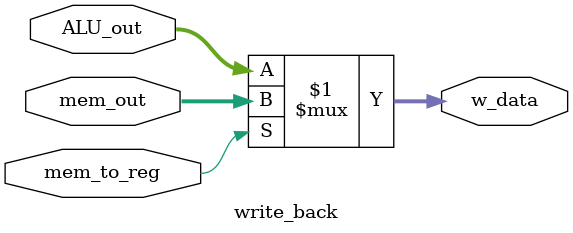
<source format=v>
module write_back(ALU_out, mem_out, mem_to_reg, w_data);

    input     [15:0] ALU_out;
    input     [15:0] mem_out;
    input            mem_to_reg;

    output    [15:0] w_data;

    assign w_data = mem_to_reg ? mem_out : ALU_out;

endmodule
</source>
